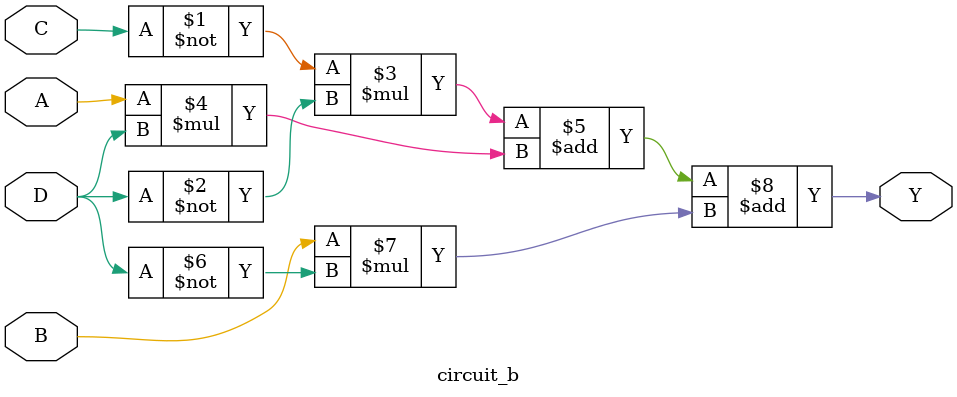
<source format=v>
module circuit_b(
    input A,B,C,D,
    output Y
);

    assign Y = (~C*~D) + (A*D) + (B*~D);

endmodule

</source>
